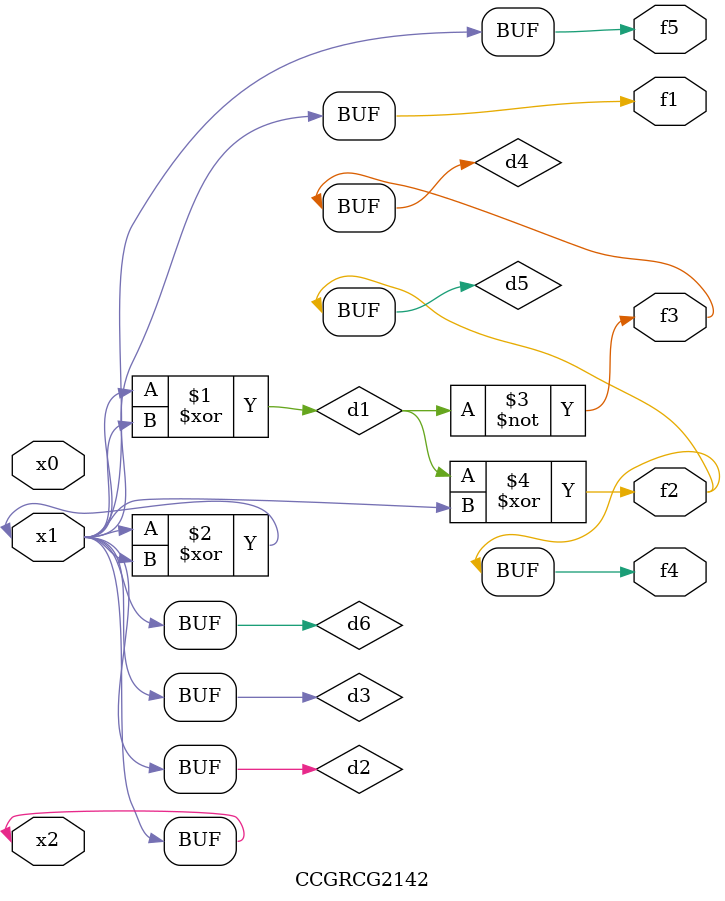
<source format=v>
module CCGRCG2142(
	input x0, x1, x2,
	output f1, f2, f3, f4, f5
);

	wire d1, d2, d3, d4, d5, d6;

	xor (d1, x1, x2);
	buf (d2, x1, x2);
	xor (d3, x1, x2);
	nor (d4, d1);
	xor (d5, d1, d2);
	buf (d6, d2, d3);
	assign f1 = d6;
	assign f2 = d5;
	assign f3 = d4;
	assign f4 = d5;
	assign f5 = d6;
endmodule

</source>
